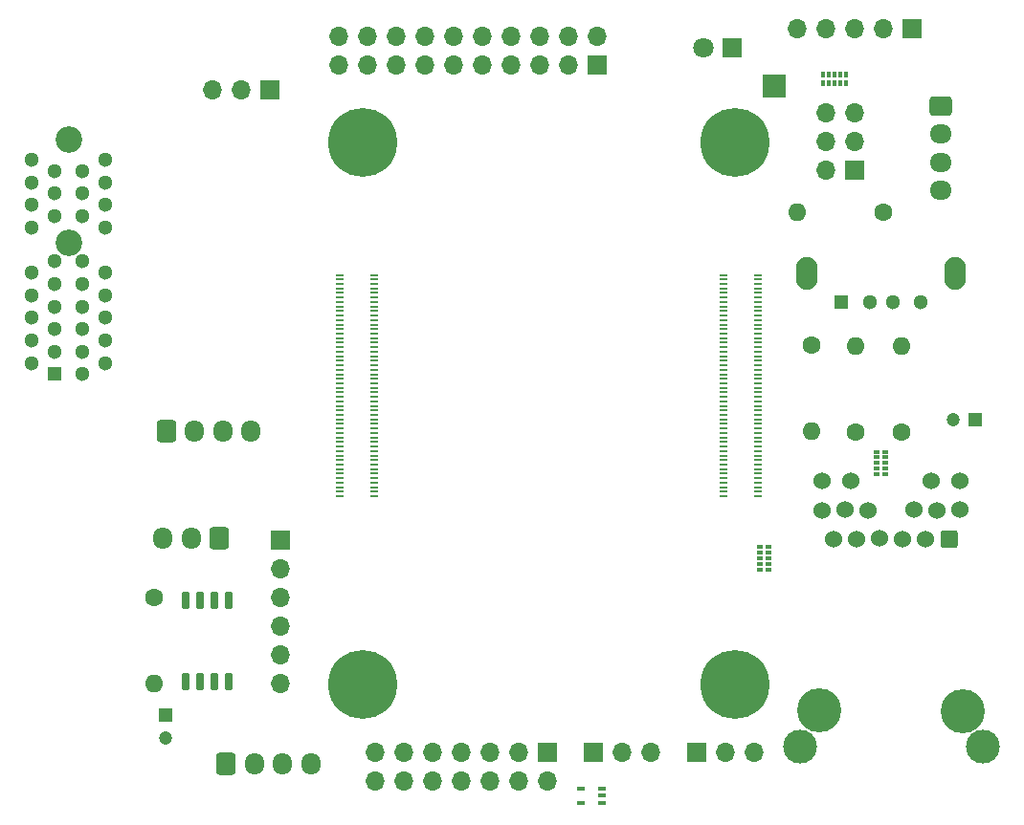
<source format=gbr>
%TF.GenerationSoftware,KiCad,Pcbnew,(5.99.0-6751-g76ac8b5acf)*%
%TF.CreationDate,2020-11-03T00:31:15-05:00*%
%TF.ProjectId,CM4_NAS,434d345f-4e41-4532-9e6b-696361645f70,rev?*%
%TF.SameCoordinates,Original*%
%TF.FileFunction,Soldermask,Top*%
%TF.FilePolarity,Negative*%
%FSLAX46Y46*%
G04 Gerber Fmt 4.6, Leading zero omitted, Abs format (unit mm)*
G04 Created by KiCad (PCBNEW (5.99.0-6751-g76ac8b5acf)) date 2020-11-03 00:31:15*
%MOMM*%
%LPD*%
G01*
G04 APERTURE LIST*
G04 Aperture macros list*
%AMRoundRect*
0 Rectangle with rounded corners*
0 $1 Rounding radius*
0 $2 $3 $4 $5 $6 $7 $8 $9 X,Y pos of 4 corners*
0 Add a 4 corners polygon primitive as box body*
4,1,4,$2,$3,$4,$5,$6,$7,$8,$9,$2,$3,0*
0 Add four circle primitives for the rounded corners*
1,1,$1+$1,$2,$3,0*
1,1,$1+$1,$4,$5,0*
1,1,$1+$1,$6,$7,0*
1,1,$1+$1,$8,$9,0*
0 Add four rect primitives between the rounded corners*
20,1,$1+$1,$2,$3,$4,$5,0*
20,1,$1+$1,$4,$5,$6,$7,0*
20,1,$1+$1,$6,$7,$8,$9,0*
20,1,$1+$1,$8,$9,$2,$3,0*%
G04 Aperture macros list end*
%ADD10RoundRect,0.150000X0.150000X-0.650000X0.150000X0.650000X-0.150000X0.650000X-0.150000X-0.650000X0*%
%ADD11R,0.550000X0.300000*%
%ADD12R,0.550000X0.400000*%
%ADD13O,1.700000X1.700000*%
%ADD14R,1.700000X1.700000*%
%ADD15O,1.700000X1.950000*%
%ADD16RoundRect,0.250000X-0.600000X-0.725000X0.600000X-0.725000X0.600000X0.725000X-0.600000X0.725000X0*%
%ADD17R,0.700000X0.200000*%
%ADD18C,6.100000*%
%ADD19R,0.300000X0.550000*%
%ADD20R,0.400000X0.550000*%
%ADD21RoundRect,0.250000X0.600000X0.725000X-0.600000X0.725000X-0.600000X-0.725000X0.600000X-0.725000X0*%
%ADD22R,0.650000X0.400000*%
%ADD23C,1.300000*%
%ADD24R,1.300000X1.300000*%
%ADD25C,2.350000*%
%ADD26O,1.950000X1.700000*%
%ADD27RoundRect,0.250000X-0.725000X0.600000X-0.725000X-0.600000X0.725000X-0.600000X0.725000X0.600000X0*%
%ADD28R,2.000000X2.000000*%
%ADD29RoundRect,0.249900X-0.600100X-0.725100X0.600100X-0.725100X0.600100X0.725100X-0.600100X0.725100X0*%
%ADD30C,3.000000*%
%ADD31C,1.524000*%
%ADD32RoundRect,0.228600X0.533400X0.533400X-0.533400X0.533400X-0.533400X-0.533400X0.533400X-0.533400X0*%
%ADD33C,3.900000*%
%ADD34O,1.600000X1.600000*%
%ADD35C,1.600000*%
%ADD36C,1.200000*%
%ADD37R,1.200000X1.200000*%
%ADD38O,1.900000X2.900000*%
%ADD39C,1.800000*%
%ADD40R,1.800000X1.800000*%
G04 APERTURE END LIST*
D10*
%TO.C,U6*%
X105156000Y-129330000D03*
X106426000Y-129330000D03*
X107696000Y-129330000D03*
X108966000Y-129330000D03*
X108966000Y-122130000D03*
X107696000Y-122130000D03*
X106426000Y-122130000D03*
X105156000Y-122130000D03*
%TD*%
D11*
%TO.C,U2*%
X166290000Y-110980000D03*
X166290000Y-110480000D03*
D12*
X166290000Y-109980000D03*
D11*
X166290000Y-109480000D03*
X166290000Y-108980000D03*
X167060000Y-108980000D03*
X167060000Y-109480000D03*
D12*
X167060000Y-109980000D03*
D11*
X167060000Y-110480000D03*
X167060000Y-110980000D03*
%TD*%
D13*
%TO.C,J14*%
X161798000Y-78994000D03*
X164338000Y-78994000D03*
X161798000Y-81534000D03*
X164338000Y-81534000D03*
X161798000Y-84074000D03*
D14*
X164338000Y-84074000D03*
%TD*%
D13*
%TO.C,J15*%
X107470000Y-76950000D03*
X110010000Y-76950000D03*
D14*
X112550000Y-76950000D03*
%TD*%
D13*
%TO.C,J13*%
X159258000Y-71540000D03*
X161798000Y-71540000D03*
X164338000Y-71540000D03*
X166878000Y-71540000D03*
D14*
X169418000Y-71540000D03*
%TD*%
D15*
%TO.C,J7*%
X116212000Y-136652000D03*
X113712000Y-136652000D03*
X111212000Y-136652000D03*
D16*
X108712000Y-136652000D03*
%TD*%
D11*
%TO.C,U3*%
X155890000Y-119390000D03*
X155890000Y-118890000D03*
D12*
X155890000Y-118390000D03*
D11*
X155890000Y-117890000D03*
X155890000Y-117390000D03*
X156660000Y-117390000D03*
X156660000Y-117890000D03*
D12*
X156660000Y-118390000D03*
D11*
X156660000Y-118890000D03*
X156660000Y-119390000D03*
%TD*%
D17*
%TO.C,Module1*%
X118755000Y-93319000D03*
X121835000Y-93319000D03*
X118755000Y-93719000D03*
X121835000Y-93719000D03*
X118755000Y-94119000D03*
X121835000Y-94119000D03*
X118755000Y-94519000D03*
X121835000Y-94519000D03*
X118755000Y-94919000D03*
X121835000Y-94919000D03*
X118755000Y-95319000D03*
X121835000Y-95319000D03*
X118755000Y-95719000D03*
X121835000Y-95719000D03*
X118755000Y-96119000D03*
X121835000Y-96119000D03*
X118755000Y-96519000D03*
X121835000Y-96519000D03*
X118755000Y-96919000D03*
X121835000Y-96919000D03*
X118755000Y-97319000D03*
X121835000Y-97319000D03*
X118755000Y-97719000D03*
X121835000Y-97719000D03*
X118755000Y-98119000D03*
X121835000Y-98119000D03*
X118755000Y-98519000D03*
X121835000Y-98519000D03*
X118755000Y-98919000D03*
X121835000Y-98919000D03*
X118755000Y-99319000D03*
X121835000Y-99319000D03*
X118755000Y-99719000D03*
X121835000Y-99719000D03*
X118755000Y-100119000D03*
X121835000Y-100119000D03*
X118755000Y-100519000D03*
X121835000Y-100519000D03*
X118755000Y-100919000D03*
X121835000Y-100919000D03*
X118755000Y-101319000D03*
X121835000Y-101319000D03*
X118755000Y-101719000D03*
X121835000Y-101719000D03*
X118755000Y-102119000D03*
X121835000Y-102119000D03*
X118755000Y-102519000D03*
X121835000Y-102519000D03*
X118755000Y-102919000D03*
X121835000Y-102919000D03*
X118755000Y-103319000D03*
X121835000Y-103319000D03*
X118755000Y-103719000D03*
X121835000Y-103719000D03*
X118755000Y-104119000D03*
X121835000Y-104119000D03*
X118755000Y-104519000D03*
X121835000Y-104519000D03*
X118755000Y-104919000D03*
X121835000Y-104919000D03*
X118755000Y-105319000D03*
X121835000Y-105319000D03*
X118755000Y-105719000D03*
X121835000Y-105719000D03*
X118755000Y-106119000D03*
X121835000Y-106119000D03*
X118755000Y-106519000D03*
X121835000Y-106519000D03*
X118755000Y-106919000D03*
X121835000Y-106919000D03*
X118755000Y-107319000D03*
X121835000Y-107319000D03*
X118755000Y-107719000D03*
X121835000Y-107719000D03*
X118755000Y-108119000D03*
X121835000Y-108119000D03*
X118755000Y-108519000D03*
X121835000Y-108519000D03*
X118755000Y-108919000D03*
X121835000Y-108919000D03*
X118755000Y-109319000D03*
X121835000Y-109319000D03*
X118755000Y-109719000D03*
X121835000Y-109719000D03*
X118755000Y-110119000D03*
X121835000Y-110119000D03*
X118755000Y-110519000D03*
X121835000Y-110519000D03*
X118755000Y-110919000D03*
X121835000Y-110919000D03*
X118755000Y-111319000D03*
X121835000Y-111319000D03*
X118755000Y-111719000D03*
X121835000Y-111719000D03*
X118755000Y-112119000D03*
X121835000Y-112119000D03*
X118755000Y-112519000D03*
X121835000Y-112519000D03*
X118755000Y-112919000D03*
X121835000Y-112919000D03*
X152675000Y-93319000D03*
X155755000Y-93319000D03*
X152675000Y-93719000D03*
X155755000Y-93719000D03*
X152675000Y-94119000D03*
X155755000Y-94119000D03*
X152675000Y-94519000D03*
X155755000Y-94519000D03*
X152675000Y-94919000D03*
X155755000Y-94919000D03*
X152675000Y-95319000D03*
X155755000Y-95319000D03*
X152675000Y-95719000D03*
X155755000Y-95719000D03*
X152675000Y-96119000D03*
X155755000Y-96119000D03*
X152675000Y-96519000D03*
X155755000Y-96519000D03*
X152675000Y-96919000D03*
X155755000Y-96919000D03*
X152675000Y-97319000D03*
X155755000Y-97319000D03*
X152675000Y-97719000D03*
X155755000Y-97719000D03*
X152675000Y-98119000D03*
X155755000Y-98119000D03*
X152675000Y-98519000D03*
X155755000Y-98519000D03*
X152675000Y-98919000D03*
X155755000Y-98919000D03*
X152675000Y-99319000D03*
X155755000Y-99319000D03*
X152675000Y-99719000D03*
X155755000Y-99719000D03*
X152675000Y-100119000D03*
X155755000Y-100119000D03*
X152675000Y-100519000D03*
X155755000Y-100519000D03*
X152675000Y-100919000D03*
X155755000Y-100919000D03*
X152675000Y-101319000D03*
X155755000Y-101319000D03*
X152675000Y-101719000D03*
X155755000Y-101719000D03*
X152675000Y-102119000D03*
X155755000Y-102119000D03*
X152675000Y-102519000D03*
X155755000Y-102519000D03*
X152675000Y-102919000D03*
X155755000Y-102919000D03*
X152675000Y-103319000D03*
X155755000Y-103319000D03*
X152675000Y-103719000D03*
X155755000Y-103719000D03*
X152675000Y-104119000D03*
X155755000Y-104119000D03*
X152675000Y-104519000D03*
X155755000Y-104519000D03*
X152675000Y-104919000D03*
X155755000Y-104919000D03*
X152675000Y-105319000D03*
X155755000Y-105319000D03*
X152675000Y-105719000D03*
X155755000Y-105719000D03*
X152675000Y-106119000D03*
X155755000Y-106119000D03*
X152675000Y-106519000D03*
X155755000Y-106519000D03*
X152675000Y-106919000D03*
X155755000Y-106919000D03*
X152675000Y-107319000D03*
X155755000Y-107319000D03*
X152675000Y-107719000D03*
X155755000Y-107719000D03*
X152675000Y-108119000D03*
X155755000Y-108119000D03*
X152675000Y-108519000D03*
X155755000Y-108519000D03*
X152675000Y-108919000D03*
X155755000Y-108919000D03*
X152675000Y-109319000D03*
X155755000Y-109319000D03*
X152675000Y-109719000D03*
X155755000Y-109719000D03*
X152675000Y-110119000D03*
X155755000Y-110119000D03*
X152675000Y-110519000D03*
X155755000Y-110519000D03*
X152675000Y-110919000D03*
X155755000Y-110919000D03*
X152675000Y-111319000D03*
X155755000Y-111319000D03*
X152675000Y-111719000D03*
X155755000Y-111719000D03*
X152675000Y-112119000D03*
X155755000Y-112119000D03*
X152675000Y-112519000D03*
X155755000Y-112519000D03*
X152675000Y-112919000D03*
X155755000Y-112919000D03*
D18*
X120755000Y-129619000D03*
X120755000Y-81619000D03*
X153755000Y-129619000D03*
X153755000Y-81619000D03*
%TD*%
D19*
%TO.C,U5*%
X161560000Y-75561000D03*
X162060000Y-75561000D03*
D20*
X162560000Y-75561000D03*
D19*
X163060000Y-75561000D03*
X163560000Y-75561000D03*
X163560000Y-76331000D03*
X163060000Y-76331000D03*
D20*
X162560000Y-76331000D03*
D19*
X162060000Y-76331000D03*
X161560000Y-76331000D03*
%TD*%
D15*
%TO.C,J5*%
X103120000Y-116650000D03*
X105620000Y-116650000D03*
D21*
X108120000Y-116650000D03*
%TD*%
D22*
%TO.C,U1*%
X140086000Y-140096000D03*
X140086000Y-138796000D03*
X141986000Y-138796000D03*
X141986000Y-139446000D03*
X141986000Y-140096000D03*
%TD*%
D23*
%TO.C,J3*%
X98012000Y-83108000D03*
X96012000Y-84108000D03*
X98012000Y-85108000D03*
X96012000Y-86108000D03*
X98012000Y-87108000D03*
X96012000Y-88108000D03*
X98012000Y-89108000D03*
X96012000Y-92108000D03*
X98012000Y-93108000D03*
X96012000Y-94108000D03*
X98012000Y-95108000D03*
X96012000Y-96108000D03*
X98012000Y-97108000D03*
X96012000Y-98108000D03*
X98012000Y-99108000D03*
X96012000Y-100108000D03*
X98012000Y-101108000D03*
X96012000Y-102108000D03*
X91512000Y-83108000D03*
X93512000Y-84108000D03*
X91512000Y-85108000D03*
X93512000Y-86108000D03*
X91512000Y-87108000D03*
X93512000Y-88108000D03*
X91512000Y-89108000D03*
X93512000Y-92108000D03*
X91512000Y-93108000D03*
X93512000Y-94108000D03*
X91512000Y-95108000D03*
X93512000Y-96108000D03*
X91512000Y-97108000D03*
X93512000Y-98108000D03*
X91512000Y-99108000D03*
X93512000Y-100108000D03*
X91512000Y-101108000D03*
D24*
X93512000Y-102108000D03*
D25*
X94762000Y-90458000D03*
X94762000Y-81308000D03*
%TD*%
D26*
%TO.C,J8*%
X171958000Y-85852000D03*
X171958000Y-83352000D03*
X171958000Y-80852000D03*
D27*
X171958000Y-78352000D03*
%TD*%
D13*
%TO.C,J6*%
X113538000Y-129540000D03*
X113538000Y-127000000D03*
X113538000Y-124460000D03*
X113538000Y-121920000D03*
X113538000Y-119380000D03*
D14*
X113538000Y-116840000D03*
%TD*%
D28*
%TO.C,TP1*%
X157220000Y-76590000D03*
%TD*%
D13*
%TO.C,J11*%
X155448000Y-135636000D03*
X152908000Y-135636000D03*
D14*
X150368000Y-135636000D03*
%TD*%
D13*
%TO.C,J9*%
X146304000Y-135636000D03*
X143764000Y-135636000D03*
D14*
X141224000Y-135636000D03*
%TD*%
D15*
%TO.C,J4*%
X110900000Y-107170000D03*
X108400000Y-107170000D03*
X105900000Y-107170000D03*
D29*
X103400000Y-107170000D03*
%TD*%
D30*
%TO.C,U4*%
X159506000Y-135097000D03*
X175636000Y-135105000D03*
D31*
X161456000Y-111595000D03*
X163996000Y-111555000D03*
X171116000Y-111585000D03*
X173656000Y-111575000D03*
X161466000Y-114145000D03*
X163496000Y-114135000D03*
X165506000Y-114155000D03*
X169596000Y-114135000D03*
X171626000Y-114165000D03*
X173666000Y-114135000D03*
X162486000Y-116695000D03*
X164516000Y-116695000D03*
X166546000Y-116675000D03*
X168586000Y-116695000D03*
X170616000Y-116685000D03*
D32*
X172656000Y-116685000D03*
D33*
X161196000Y-131915000D03*
X173896000Y-131925000D03*
%TD*%
D34*
%TO.C,R5*%
X102362000Y-129540000D03*
D35*
X102362000Y-121920000D03*
%TD*%
D36*
%TO.C,C1*%
X173020000Y-106140000D03*
D37*
X175020000Y-106140000D03*
%TD*%
D13*
%TO.C,J10*%
X121920000Y-138176000D03*
X121920000Y-135636000D03*
X124460000Y-138176000D03*
X124460000Y-135636000D03*
X127000000Y-138176000D03*
X127000000Y-135636000D03*
X129540000Y-138176000D03*
X129540000Y-135636000D03*
X132080000Y-138176000D03*
X132080000Y-135636000D03*
X134620000Y-138176000D03*
X134620000Y-135636000D03*
X137160000Y-138176000D03*
D14*
X137160000Y-135636000D03*
%TD*%
D34*
%TO.C,R1*%
X160460000Y-107190000D03*
D35*
X160460000Y-99570000D03*
%TD*%
D34*
%TO.C,R4*%
X159270000Y-87730000D03*
D35*
X166890000Y-87730000D03*
%TD*%
D38*
%TO.C,J1*%
X160088000Y-93218000D03*
X173228000Y-93218000D03*
D24*
X163158000Y-95758000D03*
D23*
X165658000Y-95758000D03*
X167658000Y-95758000D03*
X170158000Y-95758000D03*
%TD*%
D36*
%TO.C,C2*%
X103378000Y-134334000D03*
D37*
X103378000Y-132334000D03*
%TD*%
D34*
%TO.C,R3*%
X168450000Y-99580000D03*
D35*
X168450000Y-107200000D03*
%TD*%
D14*
%TO.C,J2*%
X141500000Y-74700000D03*
D13*
X118640000Y-72160000D03*
X118640000Y-74700000D03*
X121180000Y-72160000D03*
X121180000Y-74700000D03*
X123720000Y-72160000D03*
X123720000Y-74700000D03*
X126260000Y-72160000D03*
X126260000Y-74700000D03*
X128800000Y-72160000D03*
X128800000Y-74700000D03*
X131340000Y-72160000D03*
X131340000Y-74700000D03*
X133880000Y-72160000D03*
X133880000Y-74700000D03*
X136420000Y-72160000D03*
X136420000Y-74700000D03*
X138960000Y-72160000D03*
X138960000Y-74700000D03*
X141500000Y-72160000D03*
%TD*%
D39*
%TO.C,D1*%
X150900000Y-73196000D03*
D40*
X153440000Y-73196000D03*
%TD*%
D34*
%TO.C,R2*%
X164420000Y-99660000D03*
D35*
X164420000Y-107280000D03*
%TD*%
M02*

</source>
